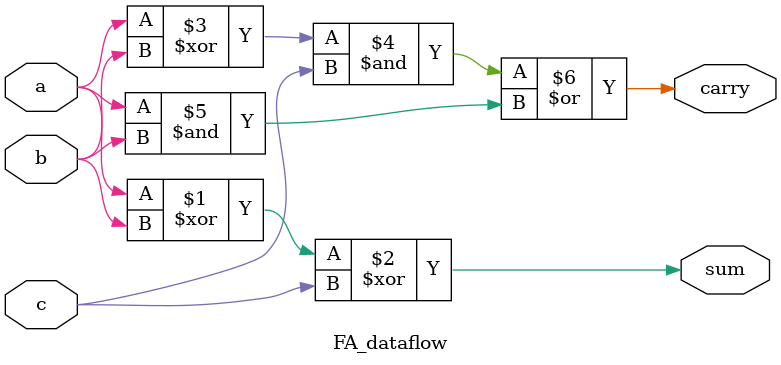
<source format=v>
`timescale 1ns / 1ps


module FA_dataflow(
    input a,
    input b,
    input c,
    output sum,
    output carry
    );
    assign sum=(a^b)^c;
    assign carry=(a^b)&c | a&b;
endmodule

</source>
